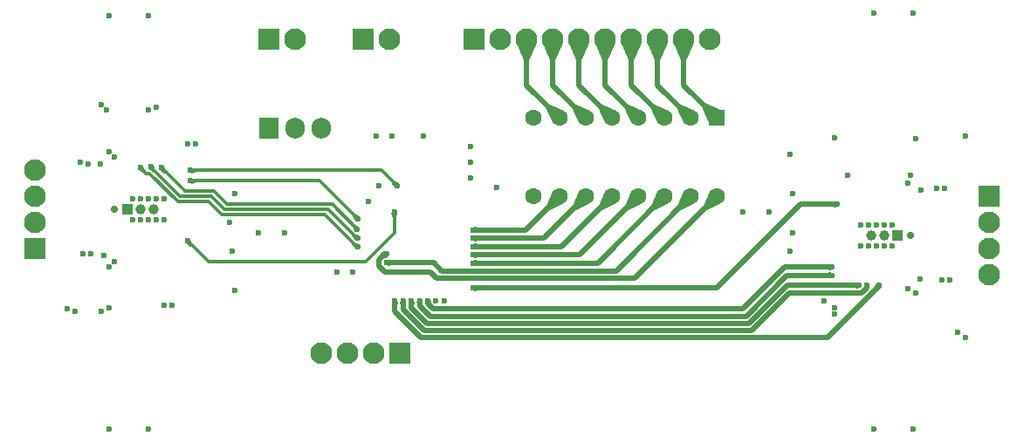
<source format=gbr>
%TF.GenerationSoftware,KiCad,Pcbnew,9.0.3*%
%TF.CreationDate,2025-10-17T11:05:45+02:00*%
%TF.ProjectId,PCB_Driver_Stepper,5043425f-4472-4697-9665-725f53746570,rev?*%
%TF.SameCoordinates,Original*%
%TF.FileFunction,Copper,L2,Inr*%
%TF.FilePolarity,Positive*%
%FSLAX46Y46*%
G04 Gerber Fmt 4.6, Leading zero omitted, Abs format (unit mm)*
G04 Created by KiCad (PCBNEW 9.0.3) date 2025-10-17 11:05:45*
%MOMM*%
%LPD*%
G01*
G04 APERTURE LIST*
G04 Aperture macros list*
%AMRoundRect*
0 Rectangle with rounded corners*
0 $1 Rounding radius*
0 $2 $3 $4 $5 $6 $7 $8 $9 X,Y pos of 4 corners*
0 Add a 4 corners polygon primitive as box body*
4,1,4,$2,$3,$4,$5,$6,$7,$8,$9,$2,$3,0*
0 Add four circle primitives for the rounded corners*
1,1,$1+$1,$2,$3*
1,1,$1+$1,$4,$5*
1,1,$1+$1,$6,$7*
1,1,$1+$1,$8,$9*
0 Add four rect primitives between the rounded corners*
20,1,$1+$1,$2,$3,$4,$5,0*
20,1,$1+$1,$4,$5,$6,$7,0*
20,1,$1+$1,$6,$7,$8,$9,0*
20,1,$1+$1,$8,$9,$2,$3,0*%
G04 Aperture macros list end*
%TA.AperFunction,ComponentPad*%
%ADD10R,1.000000X1.000000*%
%TD*%
%TA.AperFunction,ComponentPad*%
%ADD11C,1.000000*%
%TD*%
%TA.AperFunction,ComponentPad*%
%ADD12RoundRect,0.250000X-0.550000X0.550000X-0.550000X-0.550000X0.550000X-0.550000X0.550000X0.550000X0*%
%TD*%
%TA.AperFunction,ComponentPad*%
%ADD13C,1.600000*%
%TD*%
%TA.AperFunction,ComponentPad*%
%ADD14RoundRect,0.250001X0.799999X-0.799999X0.799999X0.799999X-0.799999X0.799999X-0.799999X-0.799999X0*%
%TD*%
%TA.AperFunction,ComponentPad*%
%ADD15C,2.100000*%
%TD*%
%TA.AperFunction,ComponentPad*%
%ADD16RoundRect,0.250001X-0.799999X-0.799999X0.799999X-0.799999X0.799999X0.799999X-0.799999X0.799999X0*%
%TD*%
%TA.AperFunction,ComponentPad*%
%ADD17R,1.905000X2.000000*%
%TD*%
%TA.AperFunction,ComponentPad*%
%ADD18O,1.905000X2.000000*%
%TD*%
%TA.AperFunction,ComponentPad*%
%ADD19RoundRect,0.250001X-0.799999X0.799999X-0.799999X-0.799999X0.799999X-0.799999X0.799999X0.799999X0*%
%TD*%
%TA.AperFunction,ComponentPad*%
%ADD20RoundRect,0.250001X0.799999X0.799999X-0.799999X0.799999X-0.799999X-0.799999X0.799999X-0.799999X0*%
%TD*%
%TA.AperFunction,ViaPad*%
%ADD21C,0.600000*%
%TD*%
%TA.AperFunction,ViaPad*%
%ADD22C,0.700000*%
%TD*%
%TA.AperFunction,Conductor*%
%ADD23C,0.500000*%
%TD*%
%TA.AperFunction,Conductor*%
%ADD24C,0.300000*%
%TD*%
G04 APERTURE END LIST*
D10*
%TO.N,GNDREF*%
%TO.C,J107*%
X100055000Y-86120000D03*
D11*
X101325000Y-86120000D03*
X102595000Y-86120000D03*
%TD*%
D12*
%TO.N,/MCU/IN1*%
%TO.C,U302*%
X157205000Y-77230000D03*
D13*
%TO.N,/MCU/IN2*%
X154665000Y-77230000D03*
%TO.N,/MCU/IN3*%
X152125000Y-77230000D03*
%TO.N,/MCU/IN4*%
X149585000Y-77230000D03*
%TO.N,/MCU/IN5*%
X147045000Y-77230000D03*
%TO.N,/MCU/IN6*%
X144505000Y-77230000D03*
%TO.N,/MCU/IN7*%
X141965000Y-77230000D03*
%TO.N,GNDREF*%
X139425000Y-77230000D03*
%TO.N,VCC_3V3*%
X139425000Y-84850000D03*
%TO.N,/MCU/INI7*%
X141965000Y-84850000D03*
%TO.N,/MCU/INI6*%
X144505000Y-84850000D03*
%TO.N,/MCU/INI5*%
X147045000Y-84850000D03*
%TO.N,/MCU/INI4*%
X149585000Y-84850000D03*
%TO.N,/MCU/INI3*%
X152125000Y-84850000D03*
%TO.N,/MCU/INI2*%
X154665000Y-84850000D03*
%TO.N,/MCU/INI1*%
X157205000Y-84850000D03*
%TD*%
D14*
%TO.N,/DRIVERS/M1_OUT1A*%
%TO.C,J105*%
X91120100Y-89940000D03*
D15*
%TO.N,/DRIVERS/M1_OUT1B*%
X91120100Y-87400000D03*
%TO.N,/DRIVERS/M1_OUT2B*%
X91120100Y-84860000D03*
%TO.N,/DRIVERS/M1_OUT2A*%
X91120100Y-82320000D03*
%TD*%
D16*
%TO.N,GNDREF*%
%TO.C,J102*%
X133710000Y-69609000D03*
D15*
X136250000Y-69609000D03*
%TO.N,/MCU/IN7*%
X138790000Y-69609000D03*
%TO.N,/MCU/IN6*%
X141330000Y-69609000D03*
%TO.N,/MCU/IN5*%
X143870000Y-69609000D03*
%TO.N,/MCU/IN4*%
X146410000Y-69609000D03*
%TO.N,/MCU/IN3*%
X148950000Y-69609000D03*
%TO.N,/MCU/IN2*%
X151490000Y-69609000D03*
%TO.N,/MCU/IN1*%
X154030000Y-69609000D03*
%TO.N,VCC_12V*%
X156570000Y-69609000D03*
%TD*%
D16*
%TO.N,/MCU/USART1_RX*%
%TO.C,J103*%
X122915000Y-69610000D03*
D15*
%TO.N,/MCU/USART1_TX*%
X125455000Y-69610000D03*
%TD*%
D17*
%TO.N,VCC_12V*%
%TO.C,U201*%
X113771000Y-78180000D03*
D18*
%TO.N,GNDREF*%
X116311000Y-78180000D03*
%TO.N,VCC_3V3*%
X118851000Y-78180000D03*
%TD*%
D16*
%TO.N,VDD*%
%TO.C,J101*%
X113772000Y-69610000D03*
D15*
%TO.N,GNDREF*%
X116312000Y-69610000D03*
%TD*%
D19*
%TO.N,/DRIVERS/M2_OUT1A*%
%TO.C,J106*%
X183626500Y-84850000D03*
D15*
%TO.N,/DRIVERS/M2_OUT1B*%
X183626500Y-87390000D03*
%TO.N,/DRIVERS/M2_OUT2B*%
X183626500Y-89930000D03*
%TO.N,/DRIVERS/M2_OUT2A*%
X183626500Y-92470000D03*
%TD*%
D20*
%TO.N,GNDREF*%
%TO.C,J104*%
X126471000Y-100090000D03*
D15*
%TO.N,/MCU/SYS_SWCLK*%
X123931000Y-100090000D03*
%TO.N,/MCU/SYS_SWDIO*%
X121391000Y-100090000D03*
%TO.N,VCC_3V3*%
X118851000Y-100090000D03*
%TD*%
D10*
%TO.N,GNDREF*%
%TO.C,J108*%
X174731000Y-88665000D03*
D11*
X173461000Y-88665000D03*
X172191000Y-88665000D03*
%TD*%
D21*
%TO.N,GNDREF*%
X176509000Y-79262000D03*
X105897000Y-79770000D03*
X110215000Y-90184000D03*
X176255000Y-107456000D03*
X172699000Y-89676000D03*
X172445000Y-107456000D03*
X110469000Y-93994000D03*
X172445000Y-67070000D03*
X121899000Y-92216000D03*
X174223000Y-87644000D03*
X100563000Y-87136000D03*
X102849000Y-85104000D03*
X120375000Y-92216000D03*
X173461000Y-89676000D03*
X135869000Y-83961000D03*
D22*
X176001000Y-88660000D03*
D21*
X164317000Y-80786000D03*
X101325000Y-87136000D03*
X102087000Y-67324000D03*
X100563000Y-85104000D03*
X164571000Y-84596000D03*
X98277000Y-107456000D03*
X103611000Y-87136000D03*
X133329000Y-80024000D03*
X171175000Y-89676000D03*
X164571000Y-88406000D03*
X94975000Y-96026000D03*
D22*
X98785000Y-86120000D03*
D21*
X173461000Y-87644000D03*
X172699000Y-87644000D03*
X171937000Y-87644000D03*
X167619000Y-95010000D03*
X133329000Y-81548000D03*
X110469000Y-84596000D03*
X125709000Y-79008000D03*
X102087000Y-87136000D03*
X171175000Y-87644000D03*
X101325000Y-85104000D03*
X109961000Y-87390000D03*
X102087000Y-85104000D03*
X94213000Y-95772000D03*
X98277000Y-67324000D03*
X169905000Y-82818000D03*
X103611000Y-85104000D03*
X102087000Y-107456000D03*
X174223000Y-89676000D03*
X171937000Y-89676000D03*
X164317000Y-90184000D03*
X176255000Y-67070000D03*
X106659000Y-79770000D03*
X124185000Y-79008000D03*
X102849000Y-87136000D03*
X133329000Y-83072000D03*
X128757000Y-79008000D03*
%TO.N,/DRIVERS/M2_OUT1B*%
X178541000Y-84088000D03*
X179303000Y-84088000D03*
%TO.N,/MCU/SYS_SWDIO*%
X129995000Y-95010000D03*
%TO.N,/MCU/SYS_SWCLK*%
X130795000Y-95010000D03*
%TO.N,/DRIVERS/M2_OUT1A*%
X175747000Y-83580000D03*
X176001000Y-82818000D03*
%TO.N,/DRIVERS/M2_OUT2B*%
X179049000Y-92983000D03*
X179811000Y-92978000D03*
%TO.N,/DRIVERS/M2_OUT2A*%
X176509000Y-94248000D03*
X175747000Y-93775500D03*
%TO.N,/DRIVERS/M1_OUT2B*%
X95483000Y-81548000D03*
X96245000Y-81675000D03*
%TO.N,/DRIVERS/M1_OUT2A*%
X98785000Y-81040000D03*
X98277000Y-80532000D03*
%TO.N,/DRIVERS/M1_OUT1B*%
X95725300Y-90449700D03*
X96499000Y-90438000D03*
%TO.N,/DRIVERS/M1_OUT1A*%
X98277000Y-91708000D03*
X98785000Y-91200000D03*
%TO.N,/MCU/USART1_RX*%
X123423000Y-85358000D03*
%TO.N,/MCU/USART1_TX*%
X124439000Y-83834000D03*
%TO.N,/M1_PS*%
X125963000Y-86374000D03*
X105897000Y-89168000D03*
%TO.N,VCC_12V*%
X102849000Y-76214000D03*
X168635000Y-96280000D03*
X180573000Y-98058000D03*
X181335000Y-79008000D03*
X97515000Y-96026000D03*
X98023000Y-76468000D03*
X103611000Y-95391000D03*
X98277000Y-95629000D03*
X97515000Y-75960000D03*
X181335000Y-98566000D03*
X104373000Y-95391000D03*
X168635000Y-95645000D03*
X102087000Y-76468000D03*
X168635000Y-79135000D03*
%TO.N,VCC_3V3*%
X159745000Y-86374000D03*
X162285000Y-86374000D03*
X115295000Y-88406000D03*
X112755000Y-88406000D03*
%TO.N,/M2_MODE1*%
X126794994Y-95010000D03*
X171797006Y-93486000D03*
%TO.N,/M2_CK*%
X168381000Y-92508003D03*
X128395000Y-95010000D03*
%TO.N,/M2_EN*%
X172953000Y-93486000D03*
X125994991Y-95010000D03*
%TO.N,/M2_CLK*%
X168381000Y-91708000D03*
X129195000Y-95010000D03*
%TO.N,/M2_PS*%
X168889000Y-85612000D03*
X133583000Y-93740000D03*
%TO.N,/M2_MODE0*%
X170997006Y-93486000D03*
X127594997Y-95010000D03*
%TO.N,/M1_EN*%
X122407000Y-89764003D03*
X101326875Y-82056493D03*
%TO.N,/M1_MODE1*%
X102341000Y-81950281D03*
X122407000Y-88914000D03*
%TO.N,/M1_CLK*%
X106151000Y-83326000D03*
X122407000Y-87047997D03*
%TO.N,/M1_CK*%
X106151000Y-82310000D03*
X126217000Y-83834000D03*
%TO.N,/M1_MODE0*%
X122350759Y-88035300D03*
X103357000Y-82056000D03*
%TO.N,Net-(U401-RNF1)*%
X97769000Y-90619893D03*
%TO.N,Net-(U401-RNF2)*%
X97467318Y-81715243D03*
%TO.N,Net-(U402-RNF1)*%
X177069871Y-84270000D03*
%TO.N,Net-(U402-RNF2)*%
X176964030Y-92883892D03*
%TO.N,/MCU/INI1*%
X125201000Y-90438000D03*
%TO.N,/MCU/INI2*%
X125201000Y-91295000D03*
%TO.N,/MCU/INI3*%
X133583000Y-91314009D03*
%TO.N,/MCU/INI4*%
X133583000Y-90514006D03*
%TO.N,/MCU/INI5*%
X133583000Y-89714003D03*
%TO.N,/MCU/INI6*%
X133583000Y-88914000D03*
%TO.N,/MCU/INI7*%
X133583000Y-88113997D03*
%TD*%
D23*
%TO.N,/MCU/IN1*%
X154030000Y-74055000D02*
X157205000Y-77230000D01*
X154030000Y-69610000D02*
X154030000Y-74055000D01*
%TO.N,/MCU/IN2*%
X151490000Y-74055000D02*
X154665000Y-77230000D01*
X151490000Y-69610000D02*
X151490000Y-74055000D01*
%TO.N,/MCU/IN3*%
X148950000Y-74055000D02*
X152125000Y-77230000D01*
X148950000Y-69610000D02*
X148950000Y-74055000D01*
%TO.N,/MCU/IN4*%
X146410000Y-74055000D02*
X149585000Y-77230000D01*
X146410000Y-69610000D02*
X146410000Y-74055000D01*
%TO.N,/MCU/IN5*%
X143870000Y-74055000D02*
X147045000Y-77230000D01*
X143870000Y-69610000D02*
X143870000Y-74055000D01*
D24*
%TO.N,/M1_PS*%
X123169000Y-91200000D02*
X125963000Y-88406000D01*
X125963000Y-88406000D02*
X125963000Y-86374000D01*
X107929000Y-91200000D02*
X123169000Y-91200000D01*
X105897000Y-89168000D02*
X107929000Y-91200000D01*
D23*
%TO.N,/M2_MODE1*%
X171308081Y-94237000D02*
X171797006Y-93748075D01*
X171797006Y-93748075D02*
X171797006Y-93486000D01*
X126794994Y-95846161D02*
X128823833Y-97875000D01*
X128823833Y-97875000D02*
X160640728Y-97875000D01*
X160640728Y-97875000D02*
X164278728Y-94237000D01*
X164278728Y-94237000D02*
X171308081Y-94237000D01*
X126794994Y-95010000D02*
X126794994Y-95846161D01*
%TO.N,/M2_CK*%
X164024997Y-92508003D02*
X168381000Y-92508003D01*
X129404561Y-96473000D02*
X160060000Y-96473000D01*
X128395000Y-95010000D02*
X128395000Y-95463439D01*
X128395000Y-95463439D02*
X129404561Y-96473000D01*
X160060000Y-96473000D02*
X164024997Y-92508003D01*
%TO.N,/M2_EN*%
X167960445Y-98576000D02*
X172953000Y-93583445D01*
X125994991Y-95010000D02*
X125994991Y-96037522D01*
X125994991Y-96037522D02*
X128533469Y-98576000D01*
X128533469Y-98576000D02*
X167960445Y-98576000D01*
X172953000Y-93583445D02*
X172953000Y-93486000D01*
%TO.N,/M2_CLK*%
X129195000Y-95272075D02*
X129694925Y-95772000D01*
X129195000Y-95010000D02*
X129195000Y-95272075D01*
X159745000Y-95772000D02*
X163809000Y-91708000D01*
X129694925Y-95772000D02*
X159745000Y-95772000D01*
X163809000Y-91708000D02*
X168381000Y-91708000D01*
%TO.N,/M2_PS*%
X133583000Y-93740000D02*
X157205000Y-93740000D01*
X157205000Y-93740000D02*
X165333000Y-85612000D01*
X165333000Y-85612000D02*
X168889000Y-85612000D01*
%TO.N,/M2_MODE0*%
X127594997Y-95010000D02*
X127594997Y-95654800D01*
X129114197Y-97174000D02*
X160350364Y-97174000D01*
X164038364Y-93486000D02*
X170997006Y-93486000D01*
X160350364Y-97174000D02*
X164038364Y-93486000D01*
X127594997Y-95654800D02*
X129114197Y-97174000D01*
D24*
%TO.N,/M1_EN*%
X102177761Y-82601281D02*
X104934480Y-85358000D01*
X107929000Y-85358000D02*
X109199000Y-86628000D01*
X101871663Y-82601281D02*
X102177761Y-82601281D01*
X119200346Y-86628000D02*
X122336349Y-89764003D01*
X109199000Y-86628000D02*
X119200346Y-86628000D01*
X101326875Y-82056493D02*
X101871663Y-82601281D01*
X122336349Y-89764003D02*
X122407000Y-89764003D01*
X104934480Y-85358000D02*
X107929000Y-85358000D01*
%TO.N,/M1_MODE1*%
X109446000Y-86113000D02*
X108183000Y-84850000D01*
X122407000Y-88914000D02*
X122308805Y-88914000D01*
X102341000Y-82056000D02*
X102341000Y-81950281D01*
X105135000Y-84850000D02*
X102341000Y-82056000D01*
X108183000Y-84850000D02*
X105135000Y-84850000D01*
X119507805Y-86113000D02*
X109446000Y-86113000D01*
X122308805Y-88914000D02*
X119507805Y-86113000D01*
%TO.N,/M1_CLK*%
X118685003Y-83326000D02*
X122407000Y-87047997D01*
X106151000Y-83326000D02*
X118685003Y-83326000D01*
%TO.N,/M1_CK*%
X106151000Y-82310000D02*
X124693000Y-82310000D01*
X124693000Y-82310000D02*
X126217000Y-83834000D01*
%TO.N,/M1_MODE0*%
X109707000Y-85612000D02*
X119927459Y-85612000D01*
X103357000Y-82056000D02*
X105643000Y-84342000D01*
X119927459Y-85612000D02*
X122350759Y-88035300D01*
X105643000Y-84342000D02*
X108437000Y-84342000D01*
X108437000Y-84342000D02*
X109707000Y-85612000D01*
D23*
%TO.N,/MCU/IN6*%
X141330000Y-74055000D02*
X144505000Y-77230000D01*
X141330000Y-69610000D02*
X141330000Y-74055000D01*
%TO.N,/MCU/IN7*%
X138790000Y-74055000D02*
X141965000Y-77230000D01*
X138790000Y-69610000D02*
X138790000Y-74055000D01*
%TO.N,/MCU/INI1*%
X129998471Y-92766009D02*
X149288991Y-92766009D01*
X124450000Y-90983925D02*
X124450000Y-91606075D01*
X124995925Y-90438000D02*
X124450000Y-90983925D01*
X149288991Y-92766009D02*
X157205000Y-84850000D01*
X125059925Y-92216000D02*
X129448462Y-92216000D01*
X124450000Y-91606075D02*
X125059925Y-92216000D01*
X129448462Y-92216000D02*
X129998471Y-92766009D01*
X125201000Y-90438000D02*
X124995925Y-90438000D01*
%TO.N,/MCU/INI2*%
X125201000Y-91295000D02*
X129764991Y-91295000D01*
X147449991Y-92065009D02*
X154665000Y-84850000D01*
X129764991Y-91295000D02*
X130535000Y-92065009D01*
X130535000Y-92065009D02*
X147449991Y-92065009D01*
%TO.N,/MCU/INI3*%
X133583000Y-91314009D02*
X145660991Y-91314009D01*
X145660991Y-91314009D02*
X152125000Y-84850000D01*
%TO.N,/MCU/INI4*%
X143920994Y-90514006D02*
X149585000Y-84850000D01*
X133583000Y-90514006D02*
X143920994Y-90514006D01*
%TO.N,/MCU/INI5*%
X133583000Y-89714003D02*
X142180997Y-89714003D01*
X142180997Y-89714003D02*
X147045000Y-84850000D01*
%TO.N,/MCU/INI6*%
X133583000Y-88914000D02*
X140441000Y-88914000D01*
X140441000Y-88914000D02*
X144505000Y-84850000D01*
%TO.N,/MCU/INI7*%
X138701003Y-88113997D02*
X141965000Y-84850000D01*
X133583000Y-88113997D02*
X138701003Y-88113997D01*
%TD*%
%TA.AperFunction,Conductor*%
%TO.N,/MCU/IN1*%
G36*
X156096724Y-75764187D02*
G01*
X157526185Y-76425289D01*
X157532255Y-76431871D01*
X157532087Y-76440373D01*
X157207562Y-77226214D01*
X157201237Y-77232553D01*
X157201214Y-77232562D01*
X156415373Y-77557086D01*
X156406418Y-77557077D01*
X156400289Y-77551184D01*
X155739187Y-76121724D01*
X155738825Y-76112778D01*
X155741532Y-76108543D01*
X156083542Y-75766533D01*
X156091814Y-75763107D01*
X156096724Y-75764187D01*
G37*
%TD.AperFunction*%
%TD*%
%TA.AperFunction,Conductor*%
%TO.N,/MCU/IN1*%
G36*
X154036504Y-69612353D02*
G01*
X154894955Y-70186935D01*
X154899924Y-70194385D01*
X154899193Y-70201286D01*
X154283046Y-71631753D01*
X154276625Y-71637996D01*
X154272300Y-71638825D01*
X153787700Y-71638825D01*
X153779427Y-71635398D01*
X153776954Y-71631753D01*
X153160806Y-70201286D01*
X153160681Y-70192333D01*
X153165041Y-70186937D01*
X154023494Y-69612354D01*
X154032273Y-69610601D01*
X154036504Y-69612353D01*
G37*
%TD.AperFunction*%
%TD*%
%TA.AperFunction,Conductor*%
%TO.N,/MCU/IN2*%
G36*
X153728658Y-75936083D02*
G01*
X154497728Y-76286276D01*
X155096945Y-76559127D01*
X155103054Y-76565674D01*
X155102744Y-76574624D01*
X155101832Y-76576263D01*
X154667005Y-77228757D01*
X154663757Y-77232005D01*
X154011263Y-77666832D01*
X154002478Y-77668568D01*
X153995039Y-77663584D01*
X153994127Y-77661945D01*
X153499020Y-76574624D01*
X153371083Y-76293659D01*
X153370774Y-76284710D01*
X153373457Y-76280540D01*
X153715539Y-75938458D01*
X153723811Y-75935032D01*
X153728658Y-75936083D01*
G37*
%TD.AperFunction*%
%TD*%
%TA.AperFunction,Conductor*%
%TO.N,/MCU/IN2*%
G36*
X151496504Y-69612353D02*
G01*
X152354955Y-70186935D01*
X152359924Y-70194385D01*
X152359193Y-70201286D01*
X151743046Y-71631753D01*
X151736625Y-71637996D01*
X151732300Y-71638825D01*
X151247700Y-71638825D01*
X151239427Y-71635398D01*
X151236954Y-71631753D01*
X150620806Y-70201286D01*
X150620681Y-70192333D01*
X150625041Y-70186937D01*
X151483494Y-69612354D01*
X151492273Y-69610601D01*
X151496504Y-69612353D01*
G37*
%TD.AperFunction*%
%TD*%
%TA.AperFunction,Conductor*%
%TO.N,/MCU/IN3*%
G36*
X151188658Y-75936083D02*
G01*
X151957728Y-76286276D01*
X152556945Y-76559127D01*
X152563054Y-76565674D01*
X152562744Y-76574624D01*
X152561832Y-76576263D01*
X152127005Y-77228757D01*
X152123757Y-77232005D01*
X151471263Y-77666832D01*
X151462478Y-77668568D01*
X151455039Y-77663584D01*
X151454127Y-77661945D01*
X150959020Y-76574624D01*
X150831083Y-76293659D01*
X150830774Y-76284710D01*
X150833457Y-76280540D01*
X151175539Y-75938458D01*
X151183811Y-75935032D01*
X151188658Y-75936083D01*
G37*
%TD.AperFunction*%
%TD*%
%TA.AperFunction,Conductor*%
%TO.N,/MCU/IN3*%
G36*
X148956504Y-69612353D02*
G01*
X149814955Y-70186935D01*
X149819924Y-70194385D01*
X149819193Y-70201286D01*
X149203046Y-71631753D01*
X149196625Y-71637996D01*
X149192300Y-71638825D01*
X148707700Y-71638825D01*
X148699427Y-71635398D01*
X148696954Y-71631753D01*
X148080806Y-70201286D01*
X148080681Y-70192333D01*
X148085041Y-70186937D01*
X148943494Y-69612354D01*
X148952273Y-69610601D01*
X148956504Y-69612353D01*
G37*
%TD.AperFunction*%
%TD*%
%TA.AperFunction,Conductor*%
%TO.N,/MCU/IN4*%
G36*
X148648658Y-75936083D02*
G01*
X149417728Y-76286276D01*
X150016945Y-76559127D01*
X150023054Y-76565674D01*
X150022744Y-76574624D01*
X150021832Y-76576263D01*
X149587005Y-77228757D01*
X149583757Y-77232005D01*
X148931263Y-77666832D01*
X148922478Y-77668568D01*
X148915039Y-77663584D01*
X148914127Y-77661945D01*
X148419020Y-76574624D01*
X148291083Y-76293659D01*
X148290774Y-76284710D01*
X148293457Y-76280540D01*
X148635539Y-75938458D01*
X148643811Y-75935032D01*
X148648658Y-75936083D01*
G37*
%TD.AperFunction*%
%TD*%
%TA.AperFunction,Conductor*%
%TO.N,/MCU/IN4*%
G36*
X146416504Y-69612353D02*
G01*
X147274955Y-70186935D01*
X147279924Y-70194385D01*
X147279193Y-70201286D01*
X146663046Y-71631753D01*
X146656625Y-71637996D01*
X146652300Y-71638825D01*
X146167700Y-71638825D01*
X146159427Y-71635398D01*
X146156954Y-71631753D01*
X145540806Y-70201286D01*
X145540681Y-70192333D01*
X145545041Y-70186937D01*
X146403494Y-69612354D01*
X146412273Y-69610601D01*
X146416504Y-69612353D01*
G37*
%TD.AperFunction*%
%TD*%
%TA.AperFunction,Conductor*%
%TO.N,/MCU/IN5*%
G36*
X146108658Y-75936083D02*
G01*
X146877728Y-76286276D01*
X147476945Y-76559127D01*
X147483054Y-76565674D01*
X147482744Y-76574624D01*
X147481832Y-76576263D01*
X147047005Y-77228757D01*
X147043757Y-77232005D01*
X146391263Y-77666832D01*
X146382478Y-77668568D01*
X146375039Y-77663584D01*
X146374127Y-77661945D01*
X145879020Y-76574624D01*
X145751083Y-76293659D01*
X145750774Y-76284710D01*
X145753457Y-76280540D01*
X146095539Y-75938458D01*
X146103811Y-75935032D01*
X146108658Y-75936083D01*
G37*
%TD.AperFunction*%
%TD*%
%TA.AperFunction,Conductor*%
%TO.N,/MCU/IN5*%
G36*
X143876504Y-69612353D02*
G01*
X144734955Y-70186935D01*
X144739924Y-70194385D01*
X144739193Y-70201286D01*
X144123046Y-71631753D01*
X144116625Y-71637996D01*
X144112300Y-71638825D01*
X143627700Y-71638825D01*
X143619427Y-71635398D01*
X143616954Y-71631753D01*
X143000806Y-70201286D01*
X143000681Y-70192333D01*
X143005041Y-70186937D01*
X143863494Y-69612354D01*
X143872273Y-69610601D01*
X143876504Y-69612353D01*
G37*
%TD.AperFunction*%
%TD*%
%TA.AperFunction,Conductor*%
%TO.N,/M1_PS*%
G36*
X126245017Y-86430055D02*
G01*
X126252445Y-86435054D01*
X126254164Y-86443842D01*
X126253994Y-86444564D01*
X126115331Y-86959578D01*
X126109871Y-86966676D01*
X126104033Y-86968236D01*
X125821967Y-86968236D01*
X125813694Y-86964809D01*
X125810669Y-86959578D01*
X125672005Y-86444564D01*
X125673163Y-86435684D01*
X125680261Y-86430224D01*
X125680953Y-86430060D01*
X125960682Y-86373469D01*
X125965318Y-86373469D01*
X126245017Y-86430055D01*
G37*
%TD.AperFunction*%
%TD*%
%TA.AperFunction,Conductor*%
%TO.N,/M1_PS*%
G36*
X106152269Y-89011502D02*
G01*
X106152660Y-89012132D01*
X106418780Y-89474351D01*
X106419938Y-89483231D01*
X106416913Y-89488462D01*
X106217462Y-89687913D01*
X106209189Y-89691340D01*
X106203351Y-89689780D01*
X105741132Y-89423660D01*
X105735672Y-89416562D01*
X105736830Y-89407682D01*
X105737210Y-89407068D01*
X105894985Y-89169263D01*
X105898263Y-89165985D01*
X106136053Y-89008220D01*
X106144840Y-89006502D01*
X106152269Y-89011502D01*
G37*
%TD.AperFunction*%
%TD*%
%TA.AperFunction,Conductor*%
%TO.N,/M2_MODE1*%
G36*
X171795392Y-93484838D02*
G01*
X171799673Y-93486612D01*
X172037138Y-93646407D01*
X172042089Y-93653868D01*
X172040578Y-93662233D01*
X171737247Y-94156503D01*
X171729999Y-94161762D01*
X171721155Y-94160355D01*
X171719002Y-94158656D01*
X171383855Y-93823509D01*
X171380428Y-93815236D01*
X171383853Y-93806966D01*
X171397506Y-93793314D01*
X171463398Y-93679186D01*
X171467941Y-93662233D01*
X171497505Y-93551894D01*
X171497506Y-93551893D01*
X171497506Y-93445443D01*
X171498084Y-93441811D01*
X171499555Y-93437310D01*
X171505379Y-93430512D01*
X171512926Y-93429464D01*
X171795392Y-93484838D01*
G37*
%TD.AperFunction*%
%TD*%
%TA.AperFunction,Conductor*%
%TO.N,/M2_MODE1*%
G36*
X127079033Y-95066464D02*
G01*
X127086462Y-95071464D01*
X127088373Y-95078895D01*
X127045881Y-95593499D01*
X127041785Y-95601462D01*
X127034221Y-95604236D01*
X126555767Y-95604236D01*
X126547494Y-95600809D01*
X126544107Y-95593499D01*
X126501614Y-95078895D01*
X126504348Y-95070368D01*
X126510953Y-95066464D01*
X126792676Y-95009469D01*
X126797312Y-95009469D01*
X127079033Y-95066464D01*
G37*
%TD.AperFunction*%
%TD*%
%TA.AperFunction,Conductor*%
%TO.N,/M2_CK*%
G36*
X168320631Y-92217357D02*
G01*
X168324535Y-92223963D01*
X168381530Y-92505683D01*
X168381530Y-92510323D01*
X168324535Y-92792042D01*
X168319535Y-92799471D01*
X168312104Y-92801382D01*
X167797501Y-92758889D01*
X167789538Y-92754793D01*
X167786764Y-92747229D01*
X167786764Y-92268776D01*
X167790191Y-92260503D01*
X167797499Y-92257116D01*
X168312104Y-92214623D01*
X168320631Y-92217357D01*
G37*
%TD.AperFunction*%
%TD*%
%TA.AperFunction,Conductor*%
%TO.N,/M2_CK*%
G36*
X128679288Y-95066529D02*
G01*
X128686724Y-95071518D01*
X128688665Y-95078658D01*
X128671586Y-95381762D01*
X128668178Y-95389377D01*
X128331304Y-95726251D01*
X128323031Y-95729678D01*
X128314758Y-95726251D01*
X128311899Y-95721579D01*
X128104797Y-95081001D01*
X128105513Y-95072075D01*
X128112331Y-95066269D01*
X128113608Y-95065935D01*
X128391988Y-95009757D01*
X128396598Y-95009756D01*
X128679288Y-95066529D01*
G37*
%TD.AperFunction*%
%TD*%
%TA.AperFunction,Conductor*%
%TO.N,/M2_EN*%
G36*
X172713307Y-93325796D02*
G01*
X172953643Y-93485250D01*
X172953689Y-93485319D01*
X172953707Y-93485293D01*
X173191098Y-93645038D01*
X173196049Y-93652500D01*
X173194273Y-93661277D01*
X173193148Y-93662698D01*
X172769611Y-94119732D01*
X172761474Y-94123471D01*
X172753076Y-94120361D01*
X172752756Y-94120052D01*
X172414495Y-93781791D01*
X172411068Y-93773518D01*
X172412952Y-93767151D01*
X172697125Y-93329242D01*
X172704504Y-93324168D01*
X172713307Y-93325796D01*
G37*
%TD.AperFunction*%
%TD*%
%TA.AperFunction,Conductor*%
%TO.N,/M2_EN*%
G36*
X126279030Y-95066464D02*
G01*
X126286459Y-95071464D01*
X126288370Y-95078895D01*
X126245878Y-95593499D01*
X126241782Y-95601462D01*
X126234218Y-95604236D01*
X125755764Y-95604236D01*
X125747491Y-95600809D01*
X125744104Y-95593499D01*
X125701611Y-95078895D01*
X125704345Y-95070368D01*
X125710950Y-95066464D01*
X125992673Y-95009469D01*
X125997309Y-95009469D01*
X126279030Y-95066464D01*
G37*
%TD.AperFunction*%
%TD*%
%TA.AperFunction,Conductor*%
%TO.N,/M2_CLK*%
G36*
X129487857Y-94955235D02*
G01*
X129492451Y-94961310D01*
X129493921Y-94965808D01*
X129494500Y-94969443D01*
X129494500Y-95075894D01*
X129528606Y-95203184D01*
X129528608Y-95203188D01*
X129594497Y-95317310D01*
X129594501Y-95317315D01*
X129608150Y-95330964D01*
X129611577Y-95339237D01*
X129608150Y-95347510D01*
X129273003Y-95682656D01*
X129264730Y-95686083D01*
X129256457Y-95682656D01*
X129254758Y-95680503D01*
X129031871Y-95317315D01*
X128951426Y-95186232D01*
X128950020Y-95177389D01*
X128954865Y-95170408D01*
X129192334Y-95010611D01*
X129196612Y-95008838D01*
X129479079Y-94953464D01*
X129487857Y-94955235D01*
G37*
%TD.AperFunction*%
%TD*%
%TA.AperFunction,Conductor*%
%TO.N,/M2_CLK*%
G36*
X168320631Y-91417354D02*
G01*
X168324535Y-91423960D01*
X168381530Y-91705680D01*
X168381530Y-91710320D01*
X168324535Y-91992039D01*
X168319535Y-91999468D01*
X168312104Y-92001379D01*
X167797501Y-91958886D01*
X167789538Y-91954790D01*
X167786764Y-91947226D01*
X167786764Y-91468773D01*
X167790191Y-91460500D01*
X167797499Y-91457113D01*
X168312104Y-91414620D01*
X168320631Y-91417354D01*
G37*
%TD.AperFunction*%
%TD*%
%TA.AperFunction,Conductor*%
%TO.N,/M2_PS*%
G36*
X134166499Y-93489113D02*
G01*
X134174462Y-93493209D01*
X134177236Y-93500773D01*
X134177236Y-93979226D01*
X134173809Y-93987499D01*
X134166499Y-93990886D01*
X133651895Y-94033379D01*
X133643368Y-94030645D01*
X133639464Y-94024039D01*
X133582469Y-93742320D01*
X133582469Y-93737680D01*
X133632578Y-93490000D01*
X133639464Y-93455959D01*
X133644464Y-93448531D01*
X133651894Y-93446620D01*
X134166499Y-93489113D01*
G37*
%TD.AperFunction*%
%TD*%
%TA.AperFunction,Conductor*%
%TO.N,/M2_PS*%
G36*
X168828631Y-85321354D02*
G01*
X168832535Y-85327960D01*
X168889530Y-85609680D01*
X168889530Y-85614320D01*
X168832535Y-85896039D01*
X168827535Y-85903468D01*
X168820104Y-85905379D01*
X168305501Y-85862886D01*
X168297538Y-85858790D01*
X168294764Y-85851226D01*
X168294764Y-85372773D01*
X168298191Y-85364500D01*
X168305499Y-85361113D01*
X168820104Y-85318620D01*
X168828631Y-85321354D01*
G37*
%TD.AperFunction*%
%TD*%
%TA.AperFunction,Conductor*%
%TO.N,/M2_MODE0*%
G36*
X127879036Y-95066464D02*
G01*
X127886465Y-95071464D01*
X127888376Y-95078895D01*
X127845884Y-95593499D01*
X127841788Y-95601462D01*
X127834224Y-95604236D01*
X127355770Y-95604236D01*
X127347497Y-95600809D01*
X127344110Y-95593499D01*
X127301617Y-95078895D01*
X127304351Y-95070368D01*
X127310956Y-95066464D01*
X127592679Y-95009469D01*
X127597315Y-95009469D01*
X127879036Y-95066464D01*
G37*
%TD.AperFunction*%
%TD*%
%TA.AperFunction,Conductor*%
%TO.N,/M2_MODE0*%
G36*
X170936637Y-93195354D02*
G01*
X170940541Y-93201960D01*
X170997536Y-93483680D01*
X170997536Y-93488320D01*
X170940541Y-93770039D01*
X170935541Y-93777468D01*
X170928110Y-93779379D01*
X170413507Y-93736886D01*
X170405544Y-93732790D01*
X170402770Y-93725226D01*
X170402770Y-93246773D01*
X170406197Y-93238500D01*
X170413505Y-93235113D01*
X170928110Y-93192620D01*
X170936637Y-93195354D01*
G37*
%TD.AperFunction*%
%TD*%
%TA.AperFunction,Conductor*%
%TO.N,/M1_EN*%
G36*
X122066179Y-89280993D02*
G01*
X122099686Y-89314500D01*
X122099687Y-89314501D01*
X122099689Y-89314502D01*
X122213811Y-89380391D01*
X122213815Y-89380393D01*
X122314204Y-89407291D01*
X122341105Y-89414499D01*
X122341107Y-89414500D01*
X122357213Y-89414500D01*
X122362171Y-89415603D01*
X122561376Y-89508809D01*
X122567417Y-89515418D01*
X122567014Y-89524363D01*
X122566166Y-89525873D01*
X122409015Y-89762737D01*
X122405734Y-89766018D01*
X122167063Y-89924367D01*
X122158275Y-89926086D01*
X122151013Y-89921332D01*
X121866589Y-89515418D01*
X121851054Y-89493247D01*
X121849114Y-89484506D01*
X121852362Y-89478263D01*
X122049633Y-89280993D01*
X122057906Y-89277566D01*
X122066179Y-89280993D01*
G37*
%TD.AperFunction*%
%TD*%
%TA.AperFunction,Conductor*%
%TO.N,/M1_EN*%
G36*
X101582144Y-81899995D02*
G01*
X101582535Y-81900625D01*
X101848655Y-82362844D01*
X101849813Y-82371724D01*
X101846788Y-82376955D01*
X101647337Y-82576406D01*
X101639064Y-82579833D01*
X101633226Y-82578273D01*
X101171007Y-82312153D01*
X101165547Y-82305055D01*
X101166705Y-82296175D01*
X101167085Y-82295561D01*
X101324860Y-82057756D01*
X101328138Y-82054478D01*
X101565928Y-81896713D01*
X101574715Y-81894995D01*
X101582144Y-81899995D01*
G37*
%TD.AperFunction*%
%TD*%
%TA.AperFunction,Conductor*%
%TO.N,/M1_MODE1*%
G36*
X102594820Y-81794744D02*
G01*
X102595879Y-81796732D01*
X102700388Y-82048897D01*
X102793957Y-82274665D01*
X102806648Y-82305285D01*
X102806650Y-82314240D01*
X102804113Y-82318038D01*
X102605430Y-82516722D01*
X102597157Y-82520149D01*
X102588884Y-82516722D01*
X102392974Y-82320812D01*
X102392969Y-82320808D01*
X102313051Y-82274667D01*
X102313047Y-82274665D01*
X102252151Y-82258348D01*
X102248054Y-82256327D01*
X102182989Y-82206371D01*
X102178514Y-82198615D01*
X102180364Y-82190624D01*
X102338985Y-81951544D01*
X102342263Y-81948266D01*
X102578605Y-81791462D01*
X102587391Y-81789744D01*
X102594820Y-81794744D01*
G37*
%TD.AperFunction*%
%TD*%
%TA.AperFunction,Conductor*%
%TO.N,/M1_MODE1*%
G36*
X122054243Y-88443136D02*
G01*
X122060899Y-88445973D01*
X122062145Y-88446596D01*
X122101740Y-88469457D01*
X122157570Y-88501691D01*
X122157572Y-88501691D01*
X122157573Y-88501692D01*
X122248401Y-88526029D01*
X122249958Y-88526566D01*
X122560736Y-88659045D01*
X122567003Y-88665442D01*
X122566911Y-88674396D01*
X122565897Y-88676276D01*
X122409015Y-88912734D01*
X122405734Y-88916015D01*
X122166743Y-89074577D01*
X122157955Y-89076296D01*
X122150929Y-89071867D01*
X122031081Y-88912734D01*
X121840958Y-88660290D01*
X121838719Y-88651622D01*
X121842031Y-88644981D01*
X122041386Y-88445626D01*
X122049658Y-88442200D01*
X122054243Y-88443136D01*
G37*
%TD.AperFunction*%
%TD*%
%TA.AperFunction,Conductor*%
%TO.N,/M1_CLK*%
G36*
X122100646Y-86526215D02*
G01*
X122385798Y-86690389D01*
X122562867Y-86792336D01*
X122568327Y-86799434D01*
X122567169Y-86808314D01*
X122566778Y-86808944D01*
X122409015Y-87046731D01*
X122405734Y-87050012D01*
X122167947Y-87207775D01*
X122159159Y-87209494D01*
X122151730Y-87204494D01*
X122151339Y-87203864D01*
X121923966Y-86808944D01*
X121885218Y-86741643D01*
X121884061Y-86732765D01*
X121887084Y-86727536D01*
X122086538Y-86528082D01*
X122094810Y-86524656D01*
X122100646Y-86526215D01*
G37*
%TD.AperFunction*%
%TD*%
%TA.AperFunction,Conductor*%
%TO.N,/M1_CLK*%
G36*
X106221564Y-83035005D02*
G01*
X106254910Y-83043983D01*
X106736579Y-83173669D01*
X106743676Y-83179128D01*
X106745236Y-83184966D01*
X106745236Y-83467033D01*
X106741809Y-83475306D01*
X106736578Y-83478331D01*
X106221564Y-83616994D01*
X106212684Y-83615836D01*
X106207224Y-83608738D01*
X106207059Y-83608039D01*
X106150469Y-83328318D01*
X106150469Y-83323680D01*
X106207055Y-83043980D01*
X106212054Y-83036554D01*
X106220842Y-83034835D01*
X106221564Y-83035005D01*
G37*
%TD.AperFunction*%
%TD*%
%TA.AperFunction,Conductor*%
%TO.N,/M1_CK*%
G36*
X106221564Y-82019005D02*
G01*
X106254910Y-82027983D01*
X106736579Y-82157669D01*
X106743676Y-82163128D01*
X106745236Y-82168966D01*
X106745236Y-82451033D01*
X106741809Y-82459306D01*
X106736578Y-82462331D01*
X106221564Y-82600994D01*
X106212684Y-82599836D01*
X106207224Y-82592738D01*
X106207059Y-82592039D01*
X106150469Y-82312318D01*
X106150469Y-82307680D01*
X106207055Y-82027980D01*
X106212054Y-82020554D01*
X106220842Y-82018835D01*
X106221564Y-82019005D01*
G37*
%TD.AperFunction*%
%TD*%
%TA.AperFunction,Conductor*%
%TO.N,/M1_CK*%
G36*
X125910646Y-83312218D02*
G01*
X126195798Y-83476392D01*
X126372867Y-83578339D01*
X126378327Y-83585437D01*
X126377169Y-83594317D01*
X126376778Y-83594947D01*
X126219015Y-83832734D01*
X126215734Y-83836015D01*
X125977947Y-83993778D01*
X125969159Y-83995497D01*
X125961730Y-83990497D01*
X125961339Y-83989867D01*
X125733966Y-83594947D01*
X125695218Y-83527646D01*
X125694061Y-83518768D01*
X125697084Y-83513539D01*
X125896538Y-83314085D01*
X125904810Y-83310659D01*
X125910646Y-83312218D01*
G37*
%TD.AperFunction*%
%TD*%
%TA.AperFunction,Conductor*%
%TO.N,/M1_MODE0*%
G36*
X103612269Y-81899502D02*
G01*
X103612660Y-81900132D01*
X103878780Y-82362351D01*
X103879938Y-82371231D01*
X103876913Y-82376462D01*
X103677462Y-82575913D01*
X103669189Y-82579340D01*
X103663351Y-82577780D01*
X103201132Y-82311660D01*
X103195672Y-82304562D01*
X103196830Y-82295682D01*
X103197210Y-82295068D01*
X103354985Y-82057263D01*
X103358263Y-82053985D01*
X103596053Y-81896220D01*
X103604840Y-81894502D01*
X103612269Y-81899502D01*
G37*
%TD.AperFunction*%
%TD*%
%TA.AperFunction,Conductor*%
%TO.N,/M1_MODE0*%
G36*
X122044405Y-87513518D02*
G01*
X122329557Y-87677692D01*
X122506626Y-87779639D01*
X122512086Y-87786737D01*
X122510928Y-87795617D01*
X122510537Y-87796247D01*
X122352774Y-88034034D01*
X122349493Y-88037315D01*
X122111706Y-88195078D01*
X122102918Y-88196797D01*
X122095489Y-88191797D01*
X122095098Y-88191167D01*
X121867725Y-87796247D01*
X121828977Y-87728946D01*
X121827820Y-87720068D01*
X121830843Y-87714839D01*
X122030297Y-87515385D01*
X122038569Y-87511959D01*
X122044405Y-87513518D01*
G37*
%TD.AperFunction*%
%TD*%
%TA.AperFunction,Conductor*%
%TO.N,/MCU/IN6*%
G36*
X143568658Y-75936083D02*
G01*
X144337728Y-76286276D01*
X144936945Y-76559127D01*
X144943054Y-76565674D01*
X144942744Y-76574624D01*
X144941832Y-76576263D01*
X144507005Y-77228757D01*
X144503757Y-77232005D01*
X143851263Y-77666832D01*
X143842478Y-77668568D01*
X143835039Y-77663584D01*
X143834127Y-77661945D01*
X143339020Y-76574624D01*
X143211083Y-76293659D01*
X143210774Y-76284710D01*
X143213457Y-76280540D01*
X143555539Y-75938458D01*
X143563811Y-75935032D01*
X143568658Y-75936083D01*
G37*
%TD.AperFunction*%
%TD*%
%TA.AperFunction,Conductor*%
%TO.N,/MCU/IN6*%
G36*
X141336504Y-69612353D02*
G01*
X142194955Y-70186935D01*
X142199924Y-70194385D01*
X142199193Y-70201286D01*
X141583046Y-71631753D01*
X141576625Y-71637996D01*
X141572300Y-71638825D01*
X141087700Y-71638825D01*
X141079427Y-71635398D01*
X141076954Y-71631753D01*
X140460806Y-70201286D01*
X140460681Y-70192333D01*
X140465041Y-70186937D01*
X141323494Y-69612354D01*
X141332273Y-69610601D01*
X141336504Y-69612353D01*
G37*
%TD.AperFunction*%
%TD*%
%TA.AperFunction,Conductor*%
%TO.N,/MCU/IN7*%
G36*
X141028658Y-75936083D02*
G01*
X141797728Y-76286276D01*
X142396945Y-76559127D01*
X142403054Y-76565674D01*
X142402744Y-76574624D01*
X142401832Y-76576263D01*
X141967005Y-77228757D01*
X141963757Y-77232005D01*
X141311263Y-77666832D01*
X141302478Y-77668568D01*
X141295039Y-77663584D01*
X141294127Y-77661945D01*
X140799020Y-76574624D01*
X140671083Y-76293659D01*
X140670774Y-76284710D01*
X140673457Y-76280540D01*
X141015539Y-75938458D01*
X141023811Y-75935032D01*
X141028658Y-75936083D01*
G37*
%TD.AperFunction*%
%TD*%
%TA.AperFunction,Conductor*%
%TO.N,/MCU/IN7*%
G36*
X138796504Y-69612353D02*
G01*
X139654955Y-70186935D01*
X139659924Y-70194385D01*
X139659193Y-70201286D01*
X139043046Y-71631753D01*
X139036625Y-71637996D01*
X139032300Y-71638825D01*
X138547700Y-71638825D01*
X138539427Y-71635398D01*
X138536954Y-71631753D01*
X137920806Y-70201286D01*
X137920681Y-70192333D01*
X137925041Y-70186937D01*
X138783494Y-69612354D01*
X138792273Y-69610601D01*
X138796504Y-69612353D01*
G37*
%TD.AperFunction*%
%TD*%
%TA.AperFunction,Conductor*%
%TO.N,/MCU/INI1*%
G36*
X125040859Y-90198274D02*
G01*
X125041067Y-90198573D01*
X125201707Y-90437293D01*
X125201749Y-90437357D01*
X125360057Y-90675966D01*
X125361776Y-90684754D01*
X125356776Y-90692183D01*
X125355116Y-90693100D01*
X125123792Y-90797373D01*
X125122012Y-90798008D01*
X125007815Y-90828606D01*
X125007811Y-90828608D01*
X124893684Y-90894500D01*
X124889007Y-90899177D01*
X124880734Y-90902603D01*
X124872462Y-90899176D01*
X124536563Y-90563277D01*
X124533136Y-90555004D01*
X124536563Y-90546731D01*
X124538001Y-90545507D01*
X125024530Y-90195605D01*
X125033246Y-90193558D01*
X125040859Y-90198274D01*
G37*
%TD.AperFunction*%
%TD*%
%TA.AperFunction,Conductor*%
%TO.N,/MCU/INI1*%
G36*
X156549624Y-84412255D02*
G01*
X156551263Y-84413167D01*
X157203757Y-84847994D01*
X157207005Y-84851242D01*
X157641832Y-85503736D01*
X157643568Y-85512521D01*
X157638584Y-85519960D01*
X157636945Y-85520872D01*
X156268660Y-86143915D01*
X156259710Y-86144225D01*
X156255538Y-86141540D01*
X155913459Y-85799461D01*
X155910032Y-85791188D01*
X155911083Y-85786342D01*
X156534128Y-84418052D01*
X156540674Y-84411945D01*
X156549624Y-84412255D01*
G37*
%TD.AperFunction*%
%TD*%
%TA.AperFunction,Conductor*%
%TO.N,/MCU/INI2*%
G36*
X125784499Y-91044113D02*
G01*
X125792462Y-91048209D01*
X125795236Y-91055773D01*
X125795236Y-91534226D01*
X125791809Y-91542499D01*
X125784499Y-91545886D01*
X125269895Y-91588379D01*
X125261368Y-91585645D01*
X125257464Y-91579039D01*
X125200469Y-91297320D01*
X125200469Y-91292680D01*
X125250578Y-91045000D01*
X125257464Y-91010959D01*
X125262464Y-91003531D01*
X125269894Y-91001620D01*
X125784499Y-91044113D01*
G37*
%TD.AperFunction*%
%TD*%
%TA.AperFunction,Conductor*%
%TO.N,/MCU/INI2*%
G36*
X154009624Y-84412255D02*
G01*
X154011263Y-84413167D01*
X154663757Y-84847994D01*
X154667005Y-84851242D01*
X155101832Y-85503736D01*
X155103568Y-85512521D01*
X155098584Y-85519960D01*
X155096945Y-85520872D01*
X153728660Y-86143915D01*
X153719710Y-86144225D01*
X153715538Y-86141540D01*
X153373459Y-85799461D01*
X153370032Y-85791188D01*
X153371083Y-85786342D01*
X153994128Y-84418052D01*
X154000674Y-84411945D01*
X154009624Y-84412255D01*
G37*
%TD.AperFunction*%
%TD*%
%TA.AperFunction,Conductor*%
%TO.N,/MCU/INI3*%
G36*
X134166499Y-91063122D02*
G01*
X134174462Y-91067218D01*
X134177236Y-91074782D01*
X134177236Y-91553235D01*
X134173809Y-91561508D01*
X134166499Y-91564895D01*
X133651895Y-91607388D01*
X133643368Y-91604654D01*
X133639464Y-91598048D01*
X133582469Y-91316329D01*
X133582469Y-91311689D01*
X133632578Y-91064009D01*
X133639464Y-91029968D01*
X133644464Y-91022540D01*
X133651894Y-91020629D01*
X134166499Y-91063122D01*
G37*
%TD.AperFunction*%
%TD*%
%TA.AperFunction,Conductor*%
%TO.N,/MCU/INI3*%
G36*
X151469624Y-84412255D02*
G01*
X151471263Y-84413167D01*
X152123757Y-84847994D01*
X152127005Y-84851242D01*
X152561832Y-85503736D01*
X152563568Y-85512521D01*
X152558584Y-85519960D01*
X152556945Y-85520872D01*
X151188660Y-86143915D01*
X151179710Y-86144225D01*
X151175538Y-86141540D01*
X150833459Y-85799461D01*
X150830032Y-85791188D01*
X150831083Y-85786342D01*
X151454128Y-84418052D01*
X151460674Y-84411945D01*
X151469624Y-84412255D01*
G37*
%TD.AperFunction*%
%TD*%
%TA.AperFunction,Conductor*%
%TO.N,/MCU/INI4*%
G36*
X148929624Y-84412255D02*
G01*
X148931263Y-84413167D01*
X149583757Y-84847994D01*
X149587005Y-84851242D01*
X150021832Y-85503736D01*
X150023568Y-85512521D01*
X150018584Y-85519960D01*
X150016945Y-85520872D01*
X148648660Y-86143915D01*
X148639710Y-86144225D01*
X148635538Y-86141540D01*
X148293459Y-85799461D01*
X148290032Y-85791188D01*
X148291083Y-85786342D01*
X148914128Y-84418052D01*
X148920674Y-84411945D01*
X148929624Y-84412255D01*
G37*
%TD.AperFunction*%
%TD*%
%TA.AperFunction,Conductor*%
%TO.N,/MCU/INI4*%
G36*
X134166499Y-90263119D02*
G01*
X134174462Y-90267215D01*
X134177236Y-90274779D01*
X134177236Y-90753232D01*
X134173809Y-90761505D01*
X134166499Y-90764892D01*
X133651895Y-90807385D01*
X133643368Y-90804651D01*
X133639464Y-90798045D01*
X133582469Y-90516326D01*
X133582469Y-90511686D01*
X133632578Y-90264006D01*
X133639464Y-90229965D01*
X133644464Y-90222537D01*
X133651894Y-90220626D01*
X134166499Y-90263119D01*
G37*
%TD.AperFunction*%
%TD*%
%TA.AperFunction,Conductor*%
%TO.N,/MCU/INI5*%
G36*
X134166499Y-89463116D02*
G01*
X134174462Y-89467212D01*
X134177236Y-89474776D01*
X134177236Y-89953229D01*
X134173809Y-89961502D01*
X134166499Y-89964889D01*
X133651895Y-90007382D01*
X133643368Y-90004648D01*
X133639464Y-89998042D01*
X133582469Y-89716323D01*
X133582469Y-89711683D01*
X133632578Y-89464003D01*
X133639464Y-89429962D01*
X133644464Y-89422534D01*
X133651894Y-89420623D01*
X134166499Y-89463116D01*
G37*
%TD.AperFunction*%
%TD*%
%TA.AperFunction,Conductor*%
%TO.N,/MCU/INI5*%
G36*
X146389624Y-84412255D02*
G01*
X146391263Y-84413167D01*
X147043757Y-84847994D01*
X147047005Y-84851242D01*
X147481832Y-85503736D01*
X147483568Y-85512521D01*
X147478584Y-85519960D01*
X147476945Y-85520872D01*
X146108660Y-86143915D01*
X146099710Y-86144225D01*
X146095538Y-86141540D01*
X145753459Y-85799461D01*
X145750032Y-85791188D01*
X145751083Y-85786342D01*
X146374128Y-84418052D01*
X146380674Y-84411945D01*
X146389624Y-84412255D01*
G37*
%TD.AperFunction*%
%TD*%
%TA.AperFunction,Conductor*%
%TO.N,/MCU/INI6*%
G36*
X134166499Y-88663113D02*
G01*
X134174462Y-88667209D01*
X134177236Y-88674773D01*
X134177236Y-89153226D01*
X134173809Y-89161499D01*
X134166499Y-89164886D01*
X133651895Y-89207379D01*
X133643368Y-89204645D01*
X133639464Y-89198039D01*
X133582469Y-88916320D01*
X133582469Y-88911680D01*
X133632578Y-88664000D01*
X133639464Y-88629959D01*
X133644464Y-88622531D01*
X133651894Y-88620620D01*
X134166499Y-88663113D01*
G37*
%TD.AperFunction*%
%TD*%
%TA.AperFunction,Conductor*%
%TO.N,/MCU/INI6*%
G36*
X143849624Y-84412255D02*
G01*
X143851263Y-84413167D01*
X144503757Y-84847994D01*
X144507005Y-84851242D01*
X144941832Y-85503736D01*
X144943568Y-85512521D01*
X144938584Y-85519960D01*
X144936945Y-85520872D01*
X143568660Y-86143915D01*
X143559710Y-86144225D01*
X143555538Y-86141540D01*
X143213459Y-85799461D01*
X143210032Y-85791188D01*
X143211083Y-85786342D01*
X143834128Y-84418052D01*
X143840674Y-84411945D01*
X143849624Y-84412255D01*
G37*
%TD.AperFunction*%
%TD*%
%TA.AperFunction,Conductor*%
%TO.N,/MCU/INI7*%
G36*
X141309624Y-84412255D02*
G01*
X141311263Y-84413167D01*
X141963757Y-84847994D01*
X141967005Y-84851242D01*
X142401832Y-85503736D01*
X142403568Y-85512521D01*
X142398584Y-85519960D01*
X142396945Y-85520872D01*
X141028660Y-86143915D01*
X141019710Y-86144225D01*
X141015538Y-86141540D01*
X140673459Y-85799461D01*
X140670032Y-85791188D01*
X140671083Y-85786342D01*
X141294128Y-84418052D01*
X141300674Y-84411945D01*
X141309624Y-84412255D01*
G37*
%TD.AperFunction*%
%TD*%
%TA.AperFunction,Conductor*%
%TO.N,/MCU/INI7*%
G36*
X134166499Y-87863110D02*
G01*
X134174462Y-87867206D01*
X134177236Y-87874770D01*
X134177236Y-88353223D01*
X134173809Y-88361496D01*
X134166499Y-88364883D01*
X133651895Y-88407376D01*
X133643368Y-88404642D01*
X133639464Y-88398036D01*
X133582469Y-88116317D01*
X133582469Y-88111677D01*
X133632578Y-87863997D01*
X133639464Y-87829956D01*
X133644464Y-87822528D01*
X133651894Y-87820617D01*
X134166499Y-87863110D01*
G37*
%TD.AperFunction*%
%TD*%
M02*

</source>
